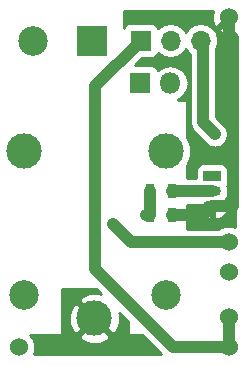
<source format=gbl>
G04 #@! TF.FileFunction,Copper,L2,Bot,Signal*
%FSLAX46Y46*%
G04 Gerber Fmt 4.6, Leading zero omitted, Abs format (unit mm)*
G04 Created by KiCad (PCBNEW 4.0.6+dfsg1-1) date Mon Feb 26 15:54:24 2018*
%MOMM*%
%LPD*%
G01*
G04 APERTURE LIST*
%ADD10C,0.100000*%
%ADD11C,1.524000*%
%ADD12R,1.800000X1.800000*%
%ADD13O,1.800000X1.800000*%
%ADD14R,1.700000X1.700000*%
%ADD15O,1.700000X1.700000*%
%ADD16R,2.500000X2.500000*%
%ADD17C,2.500000*%
%ADD18R,0.700000X1.300000*%
%ADD19C,3.000000*%
%ADD20O,1.501140X0.899160*%
%ADD21R,1.501140X0.899160*%
%ADD22C,0.600000*%
%ADD23C,1.000000*%
%ADD24C,0.254000*%
G04 APERTURE END LIST*
D10*
D11*
X19121120Y1346200D03*
X19121120Y3886200D03*
X19121120Y7696200D03*
X19121120Y10236200D03*
X1341120Y1346200D03*
X19121120Y29286200D03*
D12*
X11628120Y23698200D03*
D13*
X14168120Y23698200D03*
D14*
X11691620Y27317700D03*
D15*
X14231620Y27317700D03*
X16771620Y27317700D03*
D16*
X7564120Y27254200D03*
D17*
X2564120Y27254200D03*
D18*
X14356120Y14554200D03*
X12456120Y14554200D03*
D17*
X13817320Y5734600D03*
D19*
X13817320Y17934600D03*
X1767320Y17984600D03*
D17*
X1817320Y5734600D03*
D19*
X7767320Y3784600D03*
D20*
X17724120Y14554200D03*
X17724120Y13284200D03*
D21*
X17724120Y15824200D03*
D18*
X14356120Y12522200D03*
X12456120Y12522200D03*
D22*
X9342120Y11760200D03*
X17978120Y19380200D03*
X12136120Y12522200D03*
D23*
X19121120Y1346200D02*
X19121120Y3886200D01*
X11691620Y27317700D02*
X7818120Y23444200D01*
X14422120Y1346200D02*
X19121120Y1346200D01*
X7818120Y7950200D02*
X14422120Y1346200D01*
X7818120Y23444200D02*
X7818120Y7950200D01*
X9342120Y11760200D02*
X10866120Y10236200D01*
X10866120Y10236200D02*
X19121120Y10236200D01*
X16962120Y20396200D02*
X16962120Y27127200D01*
X17978120Y19380200D02*
X16962120Y20396200D01*
X16962120Y27127200D02*
X16771620Y27317700D01*
X12456120Y12522200D02*
X12456120Y14554200D01*
X12136120Y12522200D02*
X12456120Y12522200D01*
X19121120Y29286200D02*
X19121120Y27889200D01*
X19502120Y13284200D02*
X17724120Y13284200D01*
X19502120Y27508200D02*
X19502120Y13284200D01*
X19121120Y27889200D02*
X19502120Y27508200D01*
X14356120Y12522200D02*
X16962120Y12522200D01*
X16962120Y12522200D02*
X17724120Y13284200D01*
X14356120Y14554200D02*
X17724120Y14554200D01*
D24*
X5024120Y6299200D02*
X7863988Y6299200D01*
X5024120Y6096000D02*
X8067188Y6096000D01*
X5024120Y5892800D02*
X7257761Y5892800D01*
X8239201Y5892800D02*
X8270388Y5892800D01*
X5024120Y5689600D02*
X6767192Y5689600D01*
X5024120Y5486400D02*
X6527105Y5486400D01*
X5024120Y5283200D02*
X6448325Y5283200D01*
X5024120Y5080000D02*
X6175615Y5080000D01*
X6292315Y5080000D02*
X6651525Y5080000D01*
X5024120Y4876800D02*
X5902287Y4876800D01*
X6495515Y4876800D02*
X6854725Y4876800D01*
X5024120Y4673600D02*
X5822632Y4673600D01*
X6698715Y4673600D02*
X7057925Y4673600D01*
X5024120Y4470400D02*
X5742977Y4470400D01*
X6901915Y4470400D02*
X7261125Y4470400D01*
X5024120Y4267200D02*
X5663322Y4267200D01*
X7105115Y4267200D02*
X7464325Y4267200D01*
X9886688Y4267200D02*
X9895988Y4267200D01*
X5024120Y4064000D02*
X5626592Y4064000D01*
X7308315Y4064000D02*
X7667525Y4064000D01*
X9897371Y4064000D02*
X10099188Y4064000D01*
X5024120Y3860800D02*
X5630474Y3860800D01*
X7511515Y3860800D02*
X7899010Y3860800D01*
X9901254Y3860800D02*
X10302388Y3860800D01*
X5024120Y3657600D02*
X5634357Y3657600D01*
X7460715Y3657600D02*
X8073925Y3657600D01*
X9905136Y3657600D02*
X10505588Y3657600D01*
X5024120Y3454400D02*
X5638239Y3454400D01*
X7257515Y3454400D02*
X7616725Y3454400D01*
X7917915Y3454400D02*
X8277125Y3454400D01*
X9909019Y3454400D02*
X10612120Y3454400D01*
X5024120Y3251200D02*
X5668994Y3251200D01*
X7054315Y3251200D02*
X7413525Y3251200D01*
X8121115Y3251200D02*
X8480325Y3251200D01*
X9851404Y3251200D02*
X10612120Y3251200D01*
X5024120Y3048000D02*
X5753163Y3048000D01*
X6851115Y3048000D02*
X7210325Y3048000D01*
X8324315Y3048000D02*
X8683525Y3048000D01*
X9771749Y3048000D02*
X10612120Y3048000D01*
X5024120Y2844800D02*
X5837331Y2844800D01*
X6647915Y2844800D02*
X7007125Y2844800D01*
X8527515Y2844800D02*
X8886725Y2844800D01*
X9692094Y2844800D02*
X10612120Y2844800D01*
X5024120Y2641600D02*
X5921499Y2641600D01*
X6444715Y2641600D02*
X6803925Y2641600D01*
X8730715Y2641600D02*
X9089925Y2641600D01*
X9612439Y2641600D02*
X10612120Y2641600D01*
X5013164Y2438400D02*
X6600725Y2438400D01*
X8933915Y2438400D02*
X10623791Y2438400D01*
X2427606Y2235200D02*
X6450714Y2235200D01*
X9083925Y2235200D02*
X11927988Y2235200D01*
X2569310Y2032000D02*
X6552568Y2032000D01*
X8982071Y2032000D02*
X12131188Y2032000D01*
X2653270Y1828800D02*
X6906666Y1828800D01*
X8644806Y1828800D02*
X12334388Y1828800D01*
X2737231Y1625600D02*
X12537588Y1625600D01*
X2738187Y1422400D02*
X12740788Y1422400D01*
X2738009Y1219200D02*
X12943988Y1219200D01*
X2716658Y1016000D02*
X13147188Y1016000D01*
X2632282Y812800D02*
X13350388Y812800D01*
X10231120Y29846200D02*
X17837665Y29846200D01*
X10231120Y29643000D02*
X17765171Y29643000D01*
X10231120Y29439800D02*
X17714683Y29439800D01*
X19066831Y29439800D02*
X19175410Y29439800D01*
X10231120Y29236600D02*
X17724854Y29236600D01*
X18891915Y29236600D02*
X19279411Y29236600D01*
X10231120Y29033400D02*
X17735024Y29033400D01*
X18688715Y29033400D02*
X19047925Y29033400D01*
X10231120Y28830200D02*
X14223612Y28830200D01*
X14239629Y28830200D02*
X16763612Y28830200D01*
X16779629Y28830200D02*
X17784754Y28830200D01*
X18485515Y28830200D02*
X18844725Y28830200D01*
X10231120Y28627000D02*
X10386907Y28627000D01*
X12994208Y28627000D02*
X13526016Y28627000D01*
X14937225Y28627000D02*
X16066016Y28627000D01*
X17477225Y28627000D02*
X17868923Y28627000D01*
X18282315Y28627000D02*
X18641525Y28627000D01*
X10231120Y28423800D02*
X10248066Y28423800D01*
X13131409Y28423800D02*
X13221905Y28423800D01*
X15241336Y28423800D02*
X15761905Y28423800D01*
X17781336Y28423800D02*
X18438325Y28423800D01*
X15399439Y28220600D02*
X15603802Y28220600D01*
X17939439Y28220600D02*
X18345003Y28220600D01*
X18075212Y28017400D02*
X18520042Y28017400D01*
X18163647Y27814200D02*
X19681120Y27814200D01*
X18204066Y27611000D02*
X19681120Y27611000D01*
X18244485Y27407800D02*
X19681120Y27407800D01*
X18239909Y27204600D02*
X19681120Y27204600D01*
X18199490Y27001400D02*
X19681120Y27001400D01*
X18159071Y26798200D02*
X19681120Y26798200D01*
X18097120Y26595000D02*
X19681120Y26595000D01*
X15384070Y26391800D02*
X15619169Y26391800D01*
X18097120Y26391800D02*
X19681120Y26391800D01*
X13119459Y26188600D02*
X13256326Y26188600D01*
X15206913Y26188600D02*
X15796325Y26188600D01*
X18097120Y26188600D02*
X19681120Y26188600D01*
X12964761Y25985400D02*
X13560437Y25985400D01*
X14902802Y25985400D02*
X15827120Y25985400D01*
X18097120Y25985400D02*
X19681120Y25985400D01*
X11761252Y25782200D02*
X15827120Y25782200D01*
X18097120Y25782200D02*
X19681120Y25782200D01*
X11558052Y25579000D02*
X15827120Y25579000D01*
X18097120Y25579000D02*
X19681120Y25579000D01*
X11354852Y25375800D02*
X15827120Y25375800D01*
X18097120Y25375800D02*
X19681120Y25375800D01*
X12812254Y25172600D02*
X13833392Y25172600D01*
X14502849Y25172600D02*
X15827120Y25172600D01*
X18097120Y25172600D02*
X19681120Y25172600D01*
X13043844Y24969400D02*
X13330695Y24969400D01*
X15005545Y24969400D02*
X15827120Y24969400D01*
X18097120Y24969400D02*
X19681120Y24969400D01*
X15295234Y24766200D02*
X15827120Y24766200D01*
X18097120Y24766200D02*
X19681120Y24766200D01*
X15431008Y24563000D02*
X15827120Y24563000D01*
X18097120Y24563000D02*
X19681120Y24563000D01*
X15566781Y24359800D02*
X15827120Y24359800D01*
X18097120Y24359800D02*
X19681120Y24359800D01*
X15642011Y24156600D02*
X15827120Y24156600D01*
X18097120Y24156600D02*
X19681120Y24156600D01*
X15682430Y23953400D02*
X15827120Y23953400D01*
X18097120Y23953400D02*
X19681120Y23953400D01*
X15722849Y23750200D02*
X15827120Y23750200D01*
X18097120Y23750200D02*
X19681120Y23750200D01*
X15703116Y23547000D02*
X15827120Y23547000D01*
X18097120Y23547000D02*
X19681120Y23547000D01*
X15662697Y23343800D02*
X15827120Y23343800D01*
X18097120Y23343800D02*
X19681120Y23343800D01*
X15622278Y23140600D02*
X15827120Y23140600D01*
X18097120Y23140600D02*
X19681120Y23140600D01*
X15500497Y22937400D02*
X15827120Y22937400D01*
X18097120Y22937400D02*
X19681120Y22937400D01*
X15364723Y22734200D02*
X15827120Y22734200D01*
X18097120Y22734200D02*
X19681120Y22734200D01*
X15161192Y22531000D02*
X15827120Y22531000D01*
X18097120Y22531000D02*
X19681120Y22531000D01*
X14857081Y22327800D02*
X15827120Y22327800D01*
X18097120Y22327800D02*
X19681120Y22327800D01*
X15565120Y22124600D02*
X15827120Y22124600D01*
X18097120Y22124600D02*
X19681120Y22124600D01*
X15565120Y21921400D02*
X15827120Y21921400D01*
X18097120Y21921400D02*
X19681120Y21921400D01*
X15565120Y21718200D02*
X15827120Y21718200D01*
X18097120Y21718200D02*
X19681120Y21718200D01*
X15565120Y21515000D02*
X15827120Y21515000D01*
X18097120Y21515000D02*
X19681120Y21515000D01*
X15565120Y21311800D02*
X15827120Y21311800D01*
X18097120Y21311800D02*
X19681120Y21311800D01*
X15565120Y21108600D02*
X15827120Y21108600D01*
X18097120Y21108600D02*
X19681120Y21108600D01*
X15565120Y20905400D02*
X15827120Y20905400D01*
X18097120Y20905400D02*
X19681120Y20905400D01*
X15565120Y20702200D02*
X15827120Y20702200D01*
X18261252Y20702200D02*
X19681120Y20702200D01*
X15565120Y20499000D02*
X15827120Y20499000D01*
X18464452Y20499000D02*
X19681120Y20499000D01*
X15565120Y20295800D02*
X15847090Y20295800D01*
X18667652Y20295800D02*
X19681120Y20295800D01*
X15565120Y20092600D02*
X15887509Y20092600D01*
X18840933Y20092600D02*
X19681120Y20092600D01*
X15565120Y19889400D02*
X15961929Y19889400D01*
X18976707Y19889400D02*
X19681120Y19889400D01*
X15565120Y19686200D02*
X16097703Y19686200D01*
X19052253Y19686200D02*
X19681120Y19686200D01*
X15565120Y19483000D02*
X16270188Y19483000D01*
X19092672Y19483000D02*
X19681120Y19483000D01*
X15565120Y19279800D02*
X16473388Y19279800D01*
X19093149Y19279800D02*
X19681120Y19279800D01*
X15655529Y19076600D02*
X16676588Y19076600D01*
X19052729Y19076600D02*
X19681120Y19076600D01*
X15739489Y18873400D02*
X16879788Y18873400D01*
X18978310Y18873400D02*
X19681120Y18873400D01*
X15823450Y18670200D02*
X17082988Y18670200D01*
X18842536Y18670200D02*
X19681120Y18670200D01*
X15907411Y18467000D02*
X17341129Y18467000D01*
X18615110Y18467000D02*
X19681120Y18467000D01*
X15952608Y18263800D02*
X17884611Y18263800D01*
X18071628Y18263800D02*
X19681120Y18263800D01*
X15952430Y18060600D02*
X19681120Y18060600D01*
X15952253Y17857400D02*
X19681120Y17857400D01*
X15952075Y17654200D02*
X19681120Y17654200D01*
X15928255Y17451000D02*
X19681120Y17451000D01*
X15843878Y17247800D02*
X19681120Y17247800D01*
X15759502Y17044600D02*
X19681120Y17044600D01*
X15675126Y16841400D02*
X16683000Y16841400D01*
X18768747Y16841400D02*
X19681120Y16841400D01*
X15565120Y16638200D02*
X16454008Y16638200D01*
X18994777Y16638200D02*
X19681120Y16638200D01*
X15565120Y16435000D02*
X16358758Y16435000D01*
X19091795Y16435000D02*
X19681120Y16435000D01*
X15565120Y16231800D02*
X16326110Y16231800D01*
X19122130Y16231800D02*
X19681120Y16231800D01*
X15565120Y16028600D02*
X16326110Y16028600D01*
X19122130Y16028600D02*
X19681120Y16028600D01*
X15565120Y15825400D02*
X16326110Y15825400D01*
X19122130Y15825400D02*
X19681120Y15825400D01*
X19122130Y15622200D02*
X19681120Y15622200D01*
X19122130Y15419000D02*
X19681120Y15419000D01*
X19089968Y15215800D02*
X19681120Y15215800D01*
X19025311Y15012600D02*
X19681120Y15012600D01*
X19086073Y14809400D02*
X19681120Y14809400D01*
X19126492Y14606200D02*
X19681120Y14606200D01*
X19106759Y14403000D02*
X19681120Y14403000D01*
X19066340Y14199800D02*
X19681120Y14199800D01*
X18959027Y13996600D02*
X19681120Y13996600D01*
X18963892Y13793400D02*
X19681120Y13793400D01*
X19063205Y13590200D02*
X19681120Y13590200D01*
X15565120Y13387000D02*
X19681120Y13387000D01*
X15565120Y13183800D02*
X19681120Y13183800D01*
X15565120Y12980600D02*
X16383862Y12980600D01*
X17597120Y12980600D02*
X17851120Y12980600D01*
X19064377Y12980600D02*
X19681120Y12980600D01*
X15565120Y12777400D02*
X16483175Y12777400D01*
X17597120Y12777400D02*
X17851120Y12777400D01*
X18965064Y12777400D02*
X19681120Y12777400D01*
X15565120Y12574200D02*
X16605019Y12574200D01*
X17597120Y12574200D02*
X17851120Y12574200D01*
X18843220Y12574200D02*
X19681120Y12574200D01*
X15565120Y12371000D02*
X16843536Y12371000D01*
X17597120Y12371000D02*
X17851120Y12371000D01*
X18604703Y12371000D02*
X19681120Y12371000D01*
X15565120Y12167800D02*
X19681120Y12167800D01*
X15565120Y11964600D02*
X19681120Y11964600D01*
X15565120Y11761400D02*
X19681120Y11761400D01*
X15565120Y11558200D02*
X18662359Y11558200D01*
X19580255Y11558200D02*
X19681120Y11558200D01*
X8290496Y5872692D02*
X8151133Y5927323D01*
X7301933Y5911097D01*
X6592738Y5617339D01*
X6432955Y5298570D01*
X7767320Y3964205D01*
X7781463Y3978347D01*
X7961068Y3798742D01*
X7946925Y3784600D01*
X9281290Y2450235D01*
X9600059Y2610018D01*
X9910043Y3400787D01*
X9893817Y4249987D01*
X9880110Y4283078D01*
X10612120Y3551068D01*
X10612120Y2489200D01*
X10620805Y2443041D01*
X10648085Y2400647D01*
X10689710Y2372206D01*
X10739120Y2362200D01*
X11800988Y2362200D01*
X13376988Y786200D01*
X2621237Y786200D01*
X2737877Y1067100D01*
X2738362Y1622861D01*
X2526130Y2136503D01*
X2392238Y2270630D01*
X6432955Y2270630D01*
X6592738Y1951861D01*
X7383507Y1641877D01*
X8232707Y1658103D01*
X8941902Y1951861D01*
X9101685Y2270630D01*
X7767320Y3604995D01*
X6432955Y2270630D01*
X2392238Y2270630D01*
X2300827Y2362200D01*
X4897120Y2362200D01*
X4943279Y2370885D01*
X4985673Y2398165D01*
X5014114Y2439790D01*
X5024120Y2489200D01*
X5024120Y4168413D01*
X5624597Y4168413D01*
X5640823Y3319213D01*
X5934581Y2610018D01*
X6253350Y2450235D01*
X7587715Y3784600D01*
X6253350Y5118965D01*
X5934581Y4959182D01*
X5624597Y4168413D01*
X5024120Y4168413D01*
X5024120Y6299200D01*
X7863988Y6299200D01*
X8290496Y5872692D01*
X5024120Y6299200D02*
X7863988Y6299200D01*
X5024120Y6096000D02*
X8067188Y6096000D01*
X5024120Y5892800D02*
X7257761Y5892800D01*
X8239201Y5892800D02*
X8270388Y5892800D01*
X5024120Y5689600D02*
X6767192Y5689600D01*
X5024120Y5486400D02*
X6527105Y5486400D01*
X5024120Y5283200D02*
X6448325Y5283200D01*
X5024120Y5080000D02*
X6175615Y5080000D01*
X6292315Y5080000D02*
X6651525Y5080000D01*
X5024120Y4876800D02*
X5902287Y4876800D01*
X6495515Y4876800D02*
X6854725Y4876800D01*
X5024120Y4673600D02*
X5822632Y4673600D01*
X6698715Y4673600D02*
X7057925Y4673600D01*
X5024120Y4470400D02*
X5742977Y4470400D01*
X6901915Y4470400D02*
X7261125Y4470400D01*
X5024120Y4267200D02*
X5663322Y4267200D01*
X7105115Y4267200D02*
X7464325Y4267200D01*
X9886688Y4267200D02*
X9895988Y4267200D01*
X5024120Y4064000D02*
X5626592Y4064000D01*
X7308315Y4064000D02*
X7667525Y4064000D01*
X9897371Y4064000D02*
X10099188Y4064000D01*
X5024120Y3860800D02*
X5630474Y3860800D01*
X7511515Y3860800D02*
X7899010Y3860800D01*
X9901254Y3860800D02*
X10302388Y3860800D01*
X5024120Y3657600D02*
X5634357Y3657600D01*
X7460715Y3657600D02*
X8073925Y3657600D01*
X9905136Y3657600D02*
X10505588Y3657600D01*
X5024120Y3454400D02*
X5638239Y3454400D01*
X7257515Y3454400D02*
X7616725Y3454400D01*
X7917915Y3454400D02*
X8277125Y3454400D01*
X9909019Y3454400D02*
X10612120Y3454400D01*
X5024120Y3251200D02*
X5668994Y3251200D01*
X7054315Y3251200D02*
X7413525Y3251200D01*
X8121115Y3251200D02*
X8480325Y3251200D01*
X9851404Y3251200D02*
X10612120Y3251200D01*
X5024120Y3048000D02*
X5753163Y3048000D01*
X6851115Y3048000D02*
X7210325Y3048000D01*
X8324315Y3048000D02*
X8683525Y3048000D01*
X9771749Y3048000D02*
X10612120Y3048000D01*
X5024120Y2844800D02*
X5837331Y2844800D01*
X6647915Y2844800D02*
X7007125Y2844800D01*
X8527515Y2844800D02*
X8886725Y2844800D01*
X9692094Y2844800D02*
X10612120Y2844800D01*
X5024120Y2641600D02*
X5921499Y2641600D01*
X6444715Y2641600D02*
X6803925Y2641600D01*
X8730715Y2641600D02*
X9089925Y2641600D01*
X9612439Y2641600D02*
X10612120Y2641600D01*
X5013164Y2438400D02*
X6600725Y2438400D01*
X8933915Y2438400D02*
X10623791Y2438400D01*
X2427606Y2235200D02*
X6450714Y2235200D01*
X9083925Y2235200D02*
X11927988Y2235200D01*
X2569310Y2032000D02*
X6552568Y2032000D01*
X8982071Y2032000D02*
X12131188Y2032000D01*
X2653270Y1828800D02*
X6906666Y1828800D01*
X8644806Y1828800D02*
X12334388Y1828800D01*
X2737231Y1625600D02*
X12537588Y1625600D01*
X2738187Y1422400D02*
X12740788Y1422400D01*
X2738009Y1219200D02*
X12943988Y1219200D01*
X2716658Y1016000D02*
X13147188Y1016000D01*
X2632282Y812800D02*
X13350388Y812800D01*
X10231120Y29846200D02*
X17837665Y29846200D01*
X10231120Y29643000D02*
X17765171Y29643000D01*
X10231120Y29439800D02*
X17714683Y29439800D01*
X19066831Y29439800D02*
X19175410Y29439800D01*
X10231120Y29236600D02*
X17724854Y29236600D01*
X18891915Y29236600D02*
X19279411Y29236600D01*
X10231120Y29033400D02*
X17735024Y29033400D01*
X18688715Y29033400D02*
X19047925Y29033400D01*
X10231120Y28830200D02*
X14223612Y28830200D01*
X14239629Y28830200D02*
X16763612Y28830200D01*
X16779629Y28830200D02*
X17784754Y28830200D01*
X18485515Y28830200D02*
X18844725Y28830200D01*
X10231120Y28627000D02*
X10386907Y28627000D01*
X12994208Y28627000D02*
X13526016Y28627000D01*
X14937225Y28627000D02*
X16066016Y28627000D01*
X17477225Y28627000D02*
X17868923Y28627000D01*
X18282315Y28627000D02*
X18641525Y28627000D01*
X10231120Y28423800D02*
X10248066Y28423800D01*
X13131409Y28423800D02*
X13221905Y28423800D01*
X15241336Y28423800D02*
X15761905Y28423800D01*
X17781336Y28423800D02*
X18438325Y28423800D01*
X15399439Y28220600D02*
X15603802Y28220600D01*
X17939439Y28220600D02*
X18345003Y28220600D01*
X18075212Y28017400D02*
X18520042Y28017400D01*
X18163647Y27814200D02*
X19681120Y27814200D01*
X18204066Y27611000D02*
X19681120Y27611000D01*
X18244485Y27407800D02*
X19681120Y27407800D01*
X18239909Y27204600D02*
X19681120Y27204600D01*
X18199490Y27001400D02*
X19681120Y27001400D01*
X18159071Y26798200D02*
X19681120Y26798200D01*
X18097120Y26595000D02*
X19681120Y26595000D01*
X15384070Y26391800D02*
X15619169Y26391800D01*
X18097120Y26391800D02*
X19681120Y26391800D01*
X13119459Y26188600D02*
X13256326Y26188600D01*
X15206913Y26188600D02*
X15796325Y26188600D01*
X18097120Y26188600D02*
X19681120Y26188600D01*
X12964761Y25985400D02*
X13560437Y25985400D01*
X14902802Y25985400D02*
X15827120Y25985400D01*
X18097120Y25985400D02*
X19681120Y25985400D01*
X11761252Y25782200D02*
X15827120Y25782200D01*
X18097120Y25782200D02*
X19681120Y25782200D01*
X11558052Y25579000D02*
X15827120Y25579000D01*
X18097120Y25579000D02*
X19681120Y25579000D01*
X11354852Y25375800D02*
X15827120Y25375800D01*
X18097120Y25375800D02*
X19681120Y25375800D01*
X12812254Y25172600D02*
X13833392Y25172600D01*
X14502849Y25172600D02*
X15827120Y25172600D01*
X18097120Y25172600D02*
X19681120Y25172600D01*
X13043844Y24969400D02*
X13330695Y24969400D01*
X15005545Y24969400D02*
X15827120Y24969400D01*
X18097120Y24969400D02*
X19681120Y24969400D01*
X15295234Y24766200D02*
X15827120Y24766200D01*
X18097120Y24766200D02*
X19681120Y24766200D01*
X15431008Y24563000D02*
X15827120Y24563000D01*
X18097120Y24563000D02*
X19681120Y24563000D01*
X15566781Y24359800D02*
X15827120Y24359800D01*
X18097120Y24359800D02*
X19681120Y24359800D01*
X15642011Y24156600D02*
X15827120Y24156600D01*
X18097120Y24156600D02*
X19681120Y24156600D01*
X15682430Y23953400D02*
X15827120Y23953400D01*
X18097120Y23953400D02*
X19681120Y23953400D01*
X15722849Y23750200D02*
X15827120Y23750200D01*
X18097120Y23750200D02*
X19681120Y23750200D01*
X15703116Y23547000D02*
X15827120Y23547000D01*
X18097120Y23547000D02*
X19681120Y23547000D01*
X15662697Y23343800D02*
X15827120Y23343800D01*
X18097120Y23343800D02*
X19681120Y23343800D01*
X15622278Y23140600D02*
X15827120Y23140600D01*
X18097120Y23140600D02*
X19681120Y23140600D01*
X15500497Y22937400D02*
X15827120Y22937400D01*
X18097120Y22937400D02*
X19681120Y22937400D01*
X15364723Y22734200D02*
X15827120Y22734200D01*
X18097120Y22734200D02*
X19681120Y22734200D01*
X15161192Y22531000D02*
X15827120Y22531000D01*
X18097120Y22531000D02*
X19681120Y22531000D01*
X14857081Y22327800D02*
X15827120Y22327800D01*
X18097120Y22327800D02*
X19681120Y22327800D01*
X15565120Y22124600D02*
X15827120Y22124600D01*
X18097120Y22124600D02*
X19681120Y22124600D01*
X15565120Y21921400D02*
X15827120Y21921400D01*
X18097120Y21921400D02*
X19681120Y21921400D01*
X15565120Y21718200D02*
X15827120Y21718200D01*
X18097120Y21718200D02*
X19681120Y21718200D01*
X15565120Y21515000D02*
X15827120Y21515000D01*
X18097120Y21515000D02*
X19681120Y21515000D01*
X15565120Y21311800D02*
X15827120Y21311800D01*
X18097120Y21311800D02*
X19681120Y21311800D01*
X15565120Y21108600D02*
X15827120Y21108600D01*
X18097120Y21108600D02*
X19681120Y21108600D01*
X15565120Y20905400D02*
X15827120Y20905400D01*
X18097120Y20905400D02*
X19681120Y20905400D01*
X15565120Y20702200D02*
X15827120Y20702200D01*
X18261252Y20702200D02*
X19681120Y20702200D01*
X15565120Y20499000D02*
X15827120Y20499000D01*
X18464452Y20499000D02*
X19681120Y20499000D01*
X15565120Y20295800D02*
X15847090Y20295800D01*
X18667652Y20295800D02*
X19681120Y20295800D01*
X15565120Y20092600D02*
X15887509Y20092600D01*
X18840933Y20092600D02*
X19681120Y20092600D01*
X15565120Y19889400D02*
X15961929Y19889400D01*
X18976707Y19889400D02*
X19681120Y19889400D01*
X15565120Y19686200D02*
X16097703Y19686200D01*
X19052253Y19686200D02*
X19681120Y19686200D01*
X15565120Y19483000D02*
X16270188Y19483000D01*
X19092672Y19483000D02*
X19681120Y19483000D01*
X15565120Y19279800D02*
X16473388Y19279800D01*
X19093149Y19279800D02*
X19681120Y19279800D01*
X15655529Y19076600D02*
X16676588Y19076600D01*
X19052729Y19076600D02*
X19681120Y19076600D01*
X15739489Y18873400D02*
X16879788Y18873400D01*
X18978310Y18873400D02*
X19681120Y18873400D01*
X15823450Y18670200D02*
X17082988Y18670200D01*
X18842536Y18670200D02*
X19681120Y18670200D01*
X15907411Y18467000D02*
X17341129Y18467000D01*
X18615110Y18467000D02*
X19681120Y18467000D01*
X15952608Y18263800D02*
X17884611Y18263800D01*
X18071628Y18263800D02*
X19681120Y18263800D01*
X15952430Y18060600D02*
X19681120Y18060600D01*
X15952253Y17857400D02*
X19681120Y17857400D01*
X15952075Y17654200D02*
X19681120Y17654200D01*
X15928255Y17451000D02*
X19681120Y17451000D01*
X15843878Y17247800D02*
X19681120Y17247800D01*
X15759502Y17044600D02*
X19681120Y17044600D01*
X15675126Y16841400D02*
X16683000Y16841400D01*
X18768747Y16841400D02*
X19681120Y16841400D01*
X15565120Y16638200D02*
X16454008Y16638200D01*
X18994777Y16638200D02*
X19681120Y16638200D01*
X15565120Y16435000D02*
X16358758Y16435000D01*
X19091795Y16435000D02*
X19681120Y16435000D01*
X15565120Y16231800D02*
X16326110Y16231800D01*
X19122130Y16231800D02*
X19681120Y16231800D01*
X15565120Y16028600D02*
X16326110Y16028600D01*
X19122130Y16028600D02*
X19681120Y16028600D01*
X15565120Y15825400D02*
X16326110Y15825400D01*
X19122130Y15825400D02*
X19681120Y15825400D01*
X19122130Y15622200D02*
X19681120Y15622200D01*
X19122130Y15419000D02*
X19681120Y15419000D01*
X19089968Y15215800D02*
X19681120Y15215800D01*
X19025311Y15012600D02*
X19681120Y15012600D01*
X19086073Y14809400D02*
X19681120Y14809400D01*
X19126492Y14606200D02*
X19681120Y14606200D01*
X19106759Y14403000D02*
X19681120Y14403000D01*
X19066340Y14199800D02*
X19681120Y14199800D01*
X18959027Y13996600D02*
X19681120Y13996600D01*
X18963892Y13793400D02*
X19681120Y13793400D01*
X19063205Y13590200D02*
X19681120Y13590200D01*
X15565120Y13387000D02*
X19681120Y13387000D01*
X15565120Y13183800D02*
X19681120Y13183800D01*
X15565120Y12980600D02*
X16383862Y12980600D01*
X17597120Y12980600D02*
X17851120Y12980600D01*
X19064377Y12980600D02*
X19681120Y12980600D01*
X15565120Y12777400D02*
X16483175Y12777400D01*
X17597120Y12777400D02*
X17851120Y12777400D01*
X18965064Y12777400D02*
X19681120Y12777400D01*
X15565120Y12574200D02*
X16605019Y12574200D01*
X17597120Y12574200D02*
X17851120Y12574200D01*
X18843220Y12574200D02*
X19681120Y12574200D01*
X15565120Y12371000D02*
X16843536Y12371000D01*
X17597120Y12371000D02*
X17851120Y12371000D01*
X18604703Y12371000D02*
X19681120Y12371000D01*
X15565120Y12167800D02*
X19681120Y12167800D01*
X15565120Y11964600D02*
X19681120Y11964600D01*
X15565120Y11761400D02*
X19681120Y11761400D01*
X15565120Y11558200D02*
X18662359Y11558200D01*
X19580255Y11558200D02*
X19681120Y11558200D01*
X17711976Y29493898D02*
X17739758Y28938832D01*
X17898723Y28555057D01*
X18140907Y28485592D01*
X18941515Y29286200D01*
X18927373Y29300342D01*
X19106978Y29479947D01*
X19121120Y29465805D01*
X19135263Y29479947D01*
X19314868Y29300342D01*
X19300725Y29286200D01*
X19314868Y29272057D01*
X19135263Y29092452D01*
X19121120Y29106595D01*
X18320512Y28305987D01*
X18389977Y28063803D01*
X18913422Y27877056D01*
X19468488Y27904838D01*
X19681120Y27992913D01*
X19681120Y11516317D01*
X19400220Y11632957D01*
X18844459Y11633442D01*
X18330817Y11421210D01*
X18280720Y11371200D01*
X15565120Y11371200D01*
X15565120Y12990265D01*
X16379139Y12990265D01*
X16566414Y12607089D01*
X16890747Y12330780D01*
X17296130Y12199620D01*
X17597120Y12199620D01*
X17597120Y13157200D01*
X17851120Y13157200D01*
X17851120Y12199620D01*
X18152110Y12199620D01*
X18557493Y12330780D01*
X18881826Y12607089D01*
X19069101Y12990265D01*
X18942188Y13157200D01*
X17851120Y13157200D01*
X17597120Y13157200D01*
X16506052Y13157200D01*
X16379139Y12990265D01*
X15565120Y12990265D01*
X15565120Y13419200D01*
X16499970Y13419200D01*
X16506052Y13411200D01*
X17597120Y13411200D01*
X17597120Y13419200D01*
X17724120Y13419200D01*
X17784448Y13431200D01*
X17851120Y13431200D01*
X17851120Y13411200D01*
X18942188Y13411200D01*
X19069101Y13578135D01*
X18904479Y13914962D01*
X19054276Y14139149D01*
X19136835Y14554200D01*
X19054276Y14969251D01*
X19010756Y15034383D01*
X19071121Y15122730D01*
X19122130Y15374620D01*
X19122130Y16273780D01*
X19077852Y16509097D01*
X18938780Y16725221D01*
X18726580Y16870211D01*
X18474690Y16921220D01*
X16973550Y16921220D01*
X16738233Y16876942D01*
X16522109Y16737870D01*
X16377119Y16525670D01*
X16326110Y16273780D01*
X16326110Y15689200D01*
X15565120Y15689200D01*
X15565120Y16662639D01*
X15626229Y16723641D01*
X15951948Y17508059D01*
X15952690Y18357415D01*
X15628340Y19142400D01*
X15565120Y19205730D01*
X15565120Y22174200D01*
X15556435Y22220359D01*
X15529155Y22262753D01*
X15487530Y22291194D01*
X15438120Y22301200D01*
X14817272Y22301200D01*
X15283601Y22612791D01*
X15616347Y23110781D01*
X15733192Y23698200D01*
X15616347Y24285619D01*
X15283601Y24783609D01*
X14785611Y25116355D01*
X14198192Y25233200D01*
X14138048Y25233200D01*
X13550629Y25116355D01*
X13130094Y24835363D01*
X12992210Y25049641D01*
X12780010Y25194631D01*
X12528120Y25245640D01*
X11224692Y25245640D01*
X11799312Y25820260D01*
X12541620Y25820260D01*
X12776937Y25864538D01*
X12993061Y26003610D01*
X13138051Y26215810D01*
X13151706Y26283241D01*
X13181566Y26238553D01*
X13663335Y25916646D01*
X14231620Y25803607D01*
X14799905Y25916646D01*
X15281674Y26238553D01*
X15501620Y26567726D01*
X15721566Y26238553D01*
X15827120Y26168024D01*
X15827120Y20396200D01*
X15913517Y19961854D01*
X16011946Y19814545D01*
X16159554Y19593634D01*
X17175554Y18577634D01*
X17543775Y18331597D01*
X17978120Y18245200D01*
X18412465Y18331597D01*
X18780686Y18577634D01*
X19026723Y18945855D01*
X19113120Y19380200D01*
X19026723Y19814545D01*
X18780686Y20182766D01*
X18097120Y20866332D01*
X18097120Y26650788D01*
X18143581Y26720322D01*
X18256620Y27288607D01*
X18256620Y27346793D01*
X18143581Y27915078D01*
X17821674Y28396847D01*
X17339905Y28718754D01*
X16771620Y28831793D01*
X16203335Y28718754D01*
X15721566Y28396847D01*
X15501620Y28067674D01*
X15281674Y28396847D01*
X14799905Y28718754D01*
X14231620Y28831793D01*
X13663335Y28718754D01*
X13181566Y28396847D01*
X13153770Y28355248D01*
X13144782Y28403017D01*
X13005710Y28619141D01*
X12793510Y28764131D01*
X12541620Y28815140D01*
X10841620Y28815140D01*
X10606303Y28770862D01*
X10390179Y28631790D01*
X10245189Y28419590D01*
X10231120Y28350115D01*
X10231120Y29846200D01*
X17837665Y29846200D01*
X17711976Y29493898D01*
M02*

</source>
